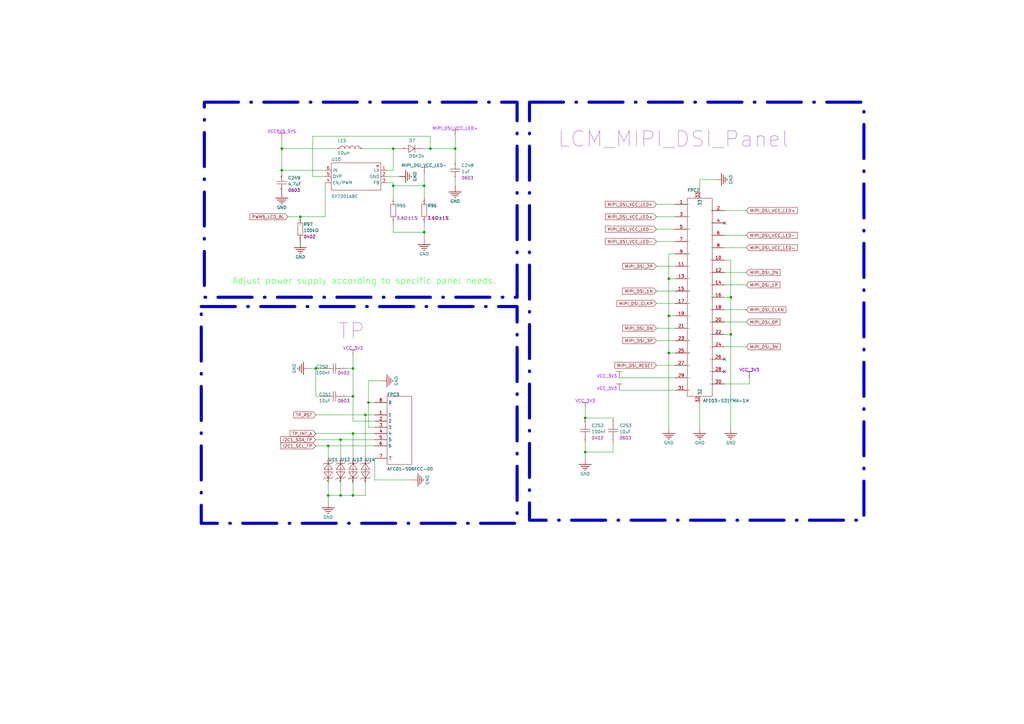
<source format=kicad_sch>
(kicad_sch (version 20250114) (generator "eeschema") (generator_version "9.0")
  (paper "A3")
  (lib_symbols
    (symbol "LCSC Taish-easyedapro:0402WGF1003TCE"
      (property "Reference" "R" (at 0 0 0))
      (symbol "0402WGF1003TCE_1_0"
        (rectangle (start -2.54 -1.016) (end 2.54 1.016))
        (pin input line (at -5.08 0 0) (length 2.54) (name "1") (number "1"))
        (pin input line (at 5.08 0 180) (length 2.54) (name "2") (number "2"))
      )
    )
    (symbol "LCSC Taish-easyedapro:0603WAF360KT5E"
      (property "Reference" "R" (at 0 0 0))
      (symbol "0603WAF360KT5E_1_0"
        (rectangle (start -2.54 -1.016) (end 2.54 1.016))
        (pin input line (at -5.08 0 0) (length 2.54) (name "1") (number "1"))
        (pin input line (at 5.08 0 180) (length 2.54) (name "2") (number "2"))
      )
    )
    (symbol "LCSC Taish-easyedapro:0603X106M100"
      (property "Reference" "C" (at 0 0 0))
      (symbol "0603X106M100_1_0"
        (polyline (pts (xy -0.508 0) (xy -2.54 0)))
        (polyline (pts (xy -0.508 -2.032) (xy -0.508 2.032)))
        (polyline (pts (xy 0.508 2.032) (xy 0.508 -2.032)))
        (polyline (pts (xy 2.54 0) (xy 0.508 0)))
        (pin input line (at -5.08 0 0) (length 2.54) (name "1") (number "1"))
        (pin input line (at 5.08 0 180) (length 2.54) (name "2") (number "2"))
      )
    )
    (symbol "LCSC Taish-easyedapro:AFC01-S06FCC-00"
      (property "Reference" "FPC" (at 0 0 0))
      (symbol "AFC01-S06FCC-00_1_0"
        (rectangle (start -2.54 -13.97) (end 7.62 13.97))
        (pin input line (at -7.62 11.43 0) (length 5.08) (name "8") (number "8"))
        (pin input line (at -7.62 6.35 0) (length 5.08) (name "1") (number "1"))
        (pin input line (at -7.62 3.81 0) (length 5.08) (name "2") (number "2"))
        (pin input line (at -7.62 1.27 0) (length 5.08) (name "3") (number "3"))
        (pin input line (at -7.62 -1.27 0) (length 5.08) (name "4") (number "4"))
        (pin input line (at -7.62 -3.81 0) (length 5.08) (name "5") (number "5"))
        (pin input line (at -7.62 -6.35 0) (length 5.08) (name "6") (number "6"))
        (pin input line (at -7.62 -11.43 0) (length 5.08) (name "7") (number "7"))
      )
    )
    (symbol "LCSC Taish-easyedapro:AFE03-S31FMA-1H"
      (property "Reference" "FPC" (at 0 0 0))
      (symbol "AFE03-S31FMA-1H_1_0"
        (rectangle (start -5.08 -40.64) (end 5.08 40.64))
        (pin input line (at -10.16 38.1 0) (length 5.08) (name "1") (number "1"))
        (pin input line (at -10.16 33.02 0) (length 5.08) (name "3") (number "3"))
        (pin input line (at -10.16 27.94 0) (length 5.08) (name "5") (number "5"))
        (pin input line (at -10.16 22.86 0) (length 5.08) (name "7") (number "7"))
        (pin input line (at -10.16 17.78 0) (length 5.08) (name "9") (number "9"))
        (pin input line (at -10.16 12.7 0) (length 5.08) (name "11") (number "11"))
        (pin input line (at -10.16 7.62 0) (length 5.08) (name "13") (number "13"))
        (pin input line (at -10.16 2.54 0) (length 5.08) (name "15") (number "15"))
        (pin input line (at -10.16 -2.54 0) (length 5.08) (name "17") (number "17"))
        (pin input line (at -10.16 -7.62 0) (length 5.08) (name "19") (number "19"))
        (pin input line (at -10.16 -12.7 0) (length 5.08) (name "21") (number "21"))
        (pin input line (at -10.16 -17.78 0) (length 5.08) (name "23") (number "23"))
        (pin input line (at -10.16 -22.86 0) (length 5.08) (name "25") (number "25"))
        (pin input line (at -10.16 -27.94 0) (length 5.08) (name "27") (number "27"))
        (pin input line (at -10.16 -33.02 0) (length 5.08) (name "29") (number "29"))
        (pin input line (at -10.16 -38.1 0) (length 5.08) (name "31") (number "31"))
        (pin input line (at 0 43.18 270) (length 2.54) (name "33") (number "33"))
        (pin input line (at 0 -43.18 90) (length 2.54) (name "32") (number "32"))
        (pin input line (at 10.16 35.56 180) (length 5.08) (name "2") (number "2"))
        (pin input line (at 10.16 30.48 180) (length 5.08) (name "4") (number "4"))
        (pin input line (at 10.16 25.4 180) (length 5.08) (name "6") (number "6"))
        (pin input line (at 10.16 20.32 180) (length 5.08) (name "8") (number "8"))
        (pin input line (at 10.16 15.24 180) (length 5.08) (name "10") (number "10"))
        (pin input line (at 10.16 10.16 180) (length 5.08) (name "12") (number "12"))
        (pin input line (at 10.16 5.08 180) (length 5.08) (name "14") (number "14"))
        (pin input line (at 10.16 0 180) (length 5.08) (name "16") (number "16"))
        (pin input line (at 10.16 -5.08 180) (length 5.08) (name "18") (number "18"))
        (pin input line (at 10.16 -10.16 180) (length 5.08) (name "20") (number "20"))
        (pin input line (at 10.16 -15.24 180) (length 5.08) (name "22") (number "22"))
        (pin input line (at 10.16 -20.32 180) (length 5.08) (name "24") (number "24"))
        (pin input line (at 10.16 -25.4 180) (length 5.08) (name "26") (number "26"))
        (pin input line (at 10.16 -30.48 180) (length 5.08) (name "28") (number "28"))
        (pin input line (at 10.16 -35.56 180) (length 5.08) (name "30") (number "30"))
      )
    )
    (symbol "LCSC Taish-easyedapro:CL05B104KB54PNC"
      (property "Reference" "C" (at 0 0 0))
      (symbol "CL05B104KB54PNC_1_0"
        (polyline (pts (xy -0.508 2.032) (xy -0.508 -2.032)))
        (polyline (pts (xy -0.508 0) (xy -2.54 0)))
        (polyline (pts (xy 0.508 -2.032) (xy 0.508 2.032)))
        (polyline (pts (xy 2.54 0) (xy 0.508 0)))
        (pin input line (at -5.08 0 0) (length 2.54) (name "1") (number "1"))
        (pin input line (at 5.08 0 180) (length 2.54) (name "2") (number "2"))
      )
    )
    (symbol "LCSC Taish-easyedapro:CL10A105KO8NNNC"
      (property "Reference" "C" (at 0 0 0))
      (symbol "CL10A105KO8NNNC_1_0"
        (polyline (pts (xy -1.27 0) (xy -0.508 0)))
        (polyline (pts (xy -0.508 2.032) (xy -0.508 -2.032)))
        (polyline (pts (xy 0.508 2.032) (xy 0.508 -2.032)))
        (polyline (pts (xy 0.508 0) (xy 1.27 0)))
        (pin input line (at -3.81 0 0) (length 2.54) (name "1") (number "1"))
        (pin input line (at 3.81 0 180) (length 2.54) (name "2") (number "2"))
      )
    )
    (symbol "LCSC Taish-easyedapro:CL10A475KO8NNNC"
      (property "Reference" "C" (at 0 0 0))
      (symbol "CL10A475KO8NNNC_1_0"
        (polyline (pts (xy -1.27 0) (xy -0.508 0)))
        (polyline (pts (xy -0.508 2.032) (xy -0.508 -2.032)))
        (polyline (pts (xy 0.508 2.032) (xy 0.508 -2.032)))
        (polyline (pts (xy 0.508 0) (xy 1.27 0)))
        (pin input line (at -3.81 0 0) (length 2.54) (name "1") (number "1"))
        (pin input line (at 3.81 0 180) (length 2.54) (name "2") (number "2"))
      )
    )
    (symbol "LCSC Taish-easyedapro:ESD5451N"
      (property "Reference" "U" (at 0 0 0))
      (symbol "ESD5451N_1_0"
        (polyline (pts (xy -3.556 2.032) (xy -3.048 1.524) (xy -3.048 1.524) (xy -3.048 -1.524) (xy -3.048 -1.524) (xy -2.54 -2.032)))
        (polyline (pts (xy -3.302 0) (xy 3.302 0)))
        (polyline (pts (xy -0.508 -1.778) (xy -3.048 0) (xy -3.048 0) (xy -0.508 1.778) (xy -0.508 1.778) (xy -0.508 -1.778)))
        (polyline (pts (xy 0.508 1.778) (xy 3.048 0) (xy 3.048 0) (xy 0.508 -1.778) (xy 0.508 -1.778) (xy 0.508 1.778)))
        (polyline (pts (xy 2.54 2.032) (xy 3.048 1.524) (xy 3.048 1.524) (xy 3.048 -1.524) (xy 3.048 -1.524) (xy 3.556 -2.032)))
        (pin input line (at -5.08 0 0) (length 2.032) (name "1") (number "1"))
        (pin input line (at 5.08 0 180) (length 2.032) (name "2") (number "2"))
      )
    )
    (symbol "LCSC Taish-easyedapro:Ground-GND" (power) (pin_numbers (hide yes)) (pin_names (hide yes))
      (symbol "Ground-GND_1_0"
        (polyline (pts (xy -2.54 -2.54) (xy 2.54 -2.54)) (stroke (width 0.254)))
        (polyline (pts (xy -1.778 -3.302) (xy 1.778 -3.302)) (stroke (width 0.254)))
        (polyline (pts (xy -1.016 -4.064) (xy 1.016 -4.064)) (stroke (width 0.254)))
        (polyline (pts (xy -0.254 -4.826) (xy 0.254 -4.826)) (stroke (width 0.254)))
        (pin power_in line (at 0 0 270) (length 2.54) (name "GND") (number "1"))
      )
    )
    (symbol "LCSC Taish-easyedapro:MLZ2012N100LT000"
      (property "Reference" "L" (at 0 0 0))
      (symbol "MLZ2012N100LT000_1_0"
        (arc (start -4.2672 0) (mid -3.2512 1.0922) (end -2.2606 0))
        (arc (start -2.1082 0) (mid -1.1176 1.0922) (end -0.1016 0))
        (arc (start 0 0) (mid 1.016 1.0922) (end 2.032 0))
        (arc (start 2.2098 0) (mid 3.2004 1.0922) (end 4.2164 0))
        (pin input line (at -5.08 0 0) (length 0.762) (name "1") (number "1"))
        (pin input line (at 5.08 0 180) (length 0.762) (name "2") (number "2"))
      )
    )
    (symbol "LCSC Taish-easyedapro:Power-VCC" (power) (pin_numbers (hide yes)) (pin_names (hide yes))
      (symbol "Power-VCC_1_0"
        (polyline (pts (xy -1.27 2.54) (xy 1.27 2.54)))
        (polyline (pts (xy 0 2.54) (xy 0 1.27)))
        (pin power_in line (at 0 0 90) (length 1.27) (name "VCC_3V3") (number "1"))
      )
    )
    (symbol "LCSC Taish-easyedapro:SM4007PL"
      (property "Reference" "D" (at 0 0 0))
      (symbol "SM4007PL_1_0"
        (polyline (pts (xy -1.27 -1.524) (xy -1.27 1.524)))
        (polyline (pts (xy 1.27 1.524) (xy -1.27 0) (xy -1.27 0) (xy 1.27 -1.524) (xy 1.27 -1.524) (xy 1.27 1.524)))
        (pin input line (at -5.08 0 0) (length 3.81) (name "C") (number "1"))
        (pin input line (at 5.08 0 180) (length 3.81) (name "A") (number "2"))
      )
    )
    (symbol "LCSC Taish-easyedapro:SY7201ABC"
      (property "Reference" "U" (at 0 0 0))
      (symbol "SY7201ABC_1_0"
        (rectangle (start -10.16 -5.588) (end 10.16 5.588))
        (circle (center -8.89 4.318) (radius 0.381))
        (circle (center -8.89 4.318) (radius 0.381))
        (pin input line (at -12.7 2.54 0) (length 2.54) (name "LX") (number "1"))
        (pin input line (at -12.7 0 0) (length 2.54) (name "GND") (number "2"))
        (pin input line (at -12.7 -2.54 0) (length 2.54) (name "FB") (number "3"))
        (pin input line (at 12.7 2.54 180) (length 2.54) (name "IN") (number "6"))
        (pin input line (at 12.7 0 180) (length 2.54) (name "OVP") (number "5"))
        (pin input line (at 12.7 -2.54 180) (length 2.54) (name "EN/PWM") (number "4"))
      )
    )
  )
  (rectangle (start 217.17 41.91) (end 354.33 213.36) (stroke (width 1.27) (type dash_dot)))
  (rectangle (start 83.82 41.91) (end 212.09 121.92) (stroke (width 1.27) (type dash_dot)))
  (rectangle (start 82.55 125.73) (end 212.09 214.63) (stroke (width 1.27) (type dash_dot)))
  (text "Adjust power supply according to specific panel needs." (at 95.25 116.84 0) (effects (font (size 2.54 2.54)) (justify left bottom)))
  (text "LCM_MIPI_DSI_Panel" (at 228.6 60.96 0) (effects (font (size 6.35 6.35)) (justify left bottom)))
  (text "TP" (at 138.43 139.7 0) (effects (font (size 6.35 6.35)) (justify left bottom)))
  (junction (at 115.57 69.85))
  (junction (at 139.7 203.2))
  (junction (at 161.29 60.96))
  (junction (at 274.32 129.54))
  (junction (at 240.03 171.45))
  (junction (at 176.53 60.96))
  (junction (at 161.29 76.2))
  (junction (at 134.62 203.2))
  (junction (at 144.78 203.2))
  (junction (at 151.13 165.1))
  (junction (at 274.32 144.78))
  (junction (at 240.03 185.42))
  (junction (at 299.72 137.16))
  (junction (at 144.78 151.13))
  (junction (at 144.78 162.56))
  (junction (at 274.32 114.3))
  (junction (at 186.69 60.96))
  (junction (at 149.86 170.18))
  (junction (at 115.57 60.96))
  (junction (at 129.54 151.13))
  (junction (at 139.7 180.34))
  (junction (at 299.72 121.92))
  (junction (at 144.78 177.8))
  (junction (at 173.99 95.25))
  (junction (at 173.99 76.2))
  (junction (at 123.19 88.9))
  (junction (at 134.62 182.88))
  (no_connect (at 297.18 147.32))
  (no_connect (at 297.18 152.4))
  (no_connect (at 297.18 91.44))
  (wire (pts (xy 149.86 170.18) (xy 153.67 170.18)))
  (wire (pts (xy 186.69 55.88) (xy 186.69 60.96)))
  (wire (pts (xy 144.78 162.56) (xy 144.78 172.72)))
  (wire (pts (xy 297.18 116.84) (xy 306.07 116.84)))
  (wire (pts (xy 139.7 180.34) (xy 153.67 180.34)))
  (wire (pts (xy 161.29 60.96) (xy 163.83 60.96)))
  (wire (pts (xy 297.18 101.6) (xy 306.07 101.6)))
  (wire (pts (xy 186.69 60.96) (xy 176.53 60.96)))
  (wire (pts (xy 115.57 60.96) (xy 115.57 69.85)))
  (wire (pts (xy 287.02 73.66) (xy 287.02 78.74)))
  (wire (pts (xy 161.29 81.28) (xy 161.29 76.2)))
  (wire (pts (xy 173.99 76.2) (xy 173.99 71.12)))
  (wire (pts (xy 138.43 60.96) (xy 115.57 60.96)))
  (wire (pts (xy 153.67 187.96) (xy 153.67 196.85)))
  (wire (pts (xy 173.99 76.2) (xy 173.99 81.28)))
  (wire (pts (xy 173.99 95.25) (xy 173.99 91.44)))
  (wire (pts (xy 240.03 185.42) (xy 251.46 185.42)))
  (wire (pts (xy 129.54 151.13) (xy 127 151.13)))
  (wire (pts (xy 276.86 154.94) (xy 254 154.94)))
  (wire (pts (xy 139.7 203.2) (xy 139.7 198.12)))
  (wire (pts (xy 161.29 95.25) (xy 173.99 95.25)))
  (wire (pts (xy 297.18 137.16) (xy 299.72 137.16)))
  (wire (pts (xy 293.37 73.66) (xy 287.02 73.66)))
  (wire (pts (xy 274.32 144.78) (xy 276.86 144.78)))
  (wire (pts (xy 276.86 160.02) (xy 254 160.02)))
  (wire (pts (xy 307.34 157.48) (xy 297.18 157.48)))
  (wire (pts (xy 144.78 151.13) (xy 142.24 151.13)))
  (wire (pts (xy 176.53 60.96) (xy 173.99 60.96)))
  (wire (pts (xy 149.86 203.2) (xy 144.78 203.2)))
  (wire (pts (xy 115.57 69.85) (xy 133.35 69.85)))
  (wire (pts (xy 240.03 171.45) (xy 240.03 167.64)))
  (wire (pts (xy 132.08 151.13) (xy 129.54 151.13)))
  (wire (pts (xy 274.32 129.54) (xy 274.32 114.3)))
  (wire (pts (xy 151.13 165.1) (xy 151.13 156.21)))
  (wire (pts (xy 240.03 185.42) (xy 240.03 187.96)))
  (wire (pts (xy 144.78 187.96) (xy 144.78 177.8)))
  (wire (pts (xy 134.62 182.88) (xy 129.54 182.88)))
  (wire (pts (xy 297.18 96.52) (xy 306.07 96.52)))
  (wire (pts (xy 299.72 121.92) (xy 299.72 137.16)))
  (wire (pts (xy 134.62 205.74) (xy 134.62 203.2)))
  (wire (pts (xy 151.13 165.1) (xy 151.13 175.26)))
  (wire (pts (xy 297.18 121.92) (xy 299.72 121.92)))
  (wire (pts (xy 276.86 99.06) (xy 269.24 99.06)))
  (wire (pts (xy 144.78 162.56) (xy 142.24 162.56)))
  (wire (pts (xy 144.78 203.2) (xy 139.7 203.2)))
  (wire (pts (xy 274.32 104.14) (xy 276.86 104.14)))
  (wire (pts (xy 251.46 185.42) (xy 251.46 181.61)))
  (wire (pts (xy 161.29 69.85) (xy 161.29 60.96)))
  (wire (pts (xy 144.78 146.05) (xy 144.78 151.13)))
  (wire (pts (xy 297.18 132.08) (xy 306.07 132.08)))
  (wire (pts (xy 186.69 60.96) (xy 186.69 66.04)))
  (wire (pts (xy 158.75 69.85) (xy 161.29 69.85)))
  (wire (pts (xy 297.18 111.76) (xy 306.07 111.76)))
  (wire (pts (xy 276.86 119.38) (xy 269.24 119.38)))
  (wire (pts (xy 158.75 74.93) (xy 161.29 74.93)))
  (wire (pts (xy 134.62 187.96) (xy 134.62 182.88)))
  (wire (pts (xy 161.29 76.2) (xy 173.99 76.2)))
  (wire (pts (xy 128.27 72.39) (xy 133.35 72.39)))
  (wire (pts (xy 240.03 181.61) (xy 240.03 185.42)))
  (wire (pts (xy 148.59 60.96) (xy 161.29 60.96)))
  (wire (pts (xy 299.72 106.68) (xy 297.18 106.68)))
  (wire (pts (xy 276.86 88.9) (xy 269.24 88.9)))
  (wire (pts (xy 269.24 109.22) (xy 276.86 109.22)))
  (wire (pts (xy 161.29 95.25) (xy 161.29 91.44)))
  (wire (pts (xy 134.62 182.88) (xy 153.67 182.88)))
  (wire (pts (xy 297.18 127) (xy 306.07 127)))
  (wire (pts (xy 149.86 170.18) (xy 129.54 170.18)))
  (wire (pts (xy 115.57 71.12) (xy 115.57 69.85)))
  (wire (pts (xy 276.86 134.62) (xy 269.24 134.62)))
  (wire (pts (xy 144.78 177.8) (xy 153.67 177.8)))
  (wire (pts (xy 299.72 106.68) (xy 299.72 121.92)))
  (wire (pts (xy 274.32 144.78) (xy 274.32 129.54)))
  (wire (pts (xy 163.83 72.39) (xy 158.75 72.39)))
  (wire (pts (xy 129.54 151.13) (xy 129.54 162.56)))
  (wire (pts (xy 153.67 196.85) (xy 168.91 196.85)))
  (wire (pts (xy 151.13 156.21) (xy 156.21 156.21)))
  (wire (pts (xy 274.32 114.3) (xy 276.86 114.3)))
  (wire (pts (xy 251.46 171.45) (xy 240.03 171.45)))
  (wire (pts (xy 129.54 162.56) (xy 132.08 162.56)))
  (wire (pts (xy 149.86 187.96) (xy 149.86 170.18)))
  (wire (pts (xy 173.99 97.79) (xy 173.99 95.25)))
  (wire (pts (xy 186.69 73.66) (xy 186.69 76.2)))
  (wire (pts (xy 144.78 151.13) (xy 144.78 162.56)))
  (wire (pts (xy 297.18 86.36) (xy 306.07 86.36)))
  (wire (pts (xy 153.67 175.26) (xy 151.13 175.26)))
  (wire (pts (xy 287.02 165.1) (xy 287.02 175.26)))
  (wire (pts (xy 134.62 203.2) (xy 134.62 198.12)))
  (wire (pts (xy 139.7 180.34) (xy 129.54 180.34)))
  (wire (pts (xy 274.32 175.26) (xy 274.32 144.78)))
  (wire (pts (xy 276.86 149.86) (xy 269.24 149.86)))
  (wire (pts (xy 276.86 93.98) (xy 269.24 93.98)))
  (wire (pts (xy 118.11 88.9) (xy 123.19 88.9)))
  (wire (pts (xy 149.86 198.12) (xy 149.86 203.2)))
  (wire (pts (xy 297.18 142.24) (xy 306.07 142.24)))
  (wire (pts (xy 276.86 124.46) (xy 269.24 124.46)))
  (wire (pts (xy 176.53 60.96) (xy 176.53 55.88)))
  (wire (pts (xy 128.27 72.39) (xy 128.27 55.88)))
  (wire (pts (xy 144.78 203.2) (xy 144.78 198.12)))
  (wire (pts (xy 139.7 187.96) (xy 139.7 180.34)))
  (wire (pts (xy 115.57 57.15) (xy 115.57 60.96)))
  (wire (pts (xy 274.32 114.3) (xy 274.32 104.14)))
  (wire (pts (xy 307.34 154.94) (xy 307.34 157.48)))
  (wire (pts (xy 161.29 76.2) (xy 161.29 74.93)))
  (wire (pts (xy 133.35 88.9) (xy 123.19 88.9)))
  (wire (pts (xy 139.7 203.2) (xy 134.62 203.2)))
  (wire (pts (xy 153.67 172.72) (xy 144.78 172.72)))
  (wire (pts (xy 128.27 55.88) (xy 176.53 55.88)))
  (wire (pts (xy 133.35 74.93) (xy 133.35 88.9)))
  (wire (pts (xy 276.86 83.82) (xy 269.24 83.82)))
  (wire (pts (xy 153.67 165.1) (xy 151.13 165.1)))
  (wire (pts (xy 276.86 139.7) (xy 269.24 139.7)))
  (wire (pts (xy 144.78 177.8) (xy 129.54 177.8)))
  (wire (pts (xy 274.32 129.54) (xy 276.86 129.54)))
  (wire (pts (xy 299.72 137.16) (xy 299.72 175.26)))
  (global_label "MIPI_DSI_RESET" (shape input) (at 269.24 149.86 180) (property "Intersheetrefs" "${INTERSHEET_REFS}" (effects (hide yes))))
  (global_label "I2C1_SDA_TP" (shape input) (at 129.54 180.34 180) (property "Intersheetrefs" "${INTERSHEET_REFS}" (effects (hide yes))))
  (global_label "MIPI_DSI_2N" (shape input) (at 306.07 111.76 0) (property "Intersheetrefs" "${INTERSHEET_REFS}" (effects (hide yes))))
  (global_label "MIPI_DSI_CLKP" (shape input) (at 269.24 124.46 180) (property "Intersheetrefs" "${INTERSHEET_REFS}" (effects (hide yes))))
  (global_label "MIPI_DSI_2P" (shape input) (at 269.24 109.22 180) (property "Intersheetrefs" "${INTERSHEET_REFS}" (effects (hide yes))))
  (global_label "MIPI_DSI_VCC_LED+" (shape input) (at 269.24 88.9 180) (property "Intersheetrefs" "${INTERSHEET_REFS}" (effects (hide yes))))
  (global_label "MIPI_DSI_VCC_LED-" (shape input) (at 269.24 93.98 180) (property "Intersheetrefs" "${INTERSHEET_REFS}" (effects (hide yes))))
  (global_label "PWM5_LCD_BL" (shape input) (at 118.11 88.9 180) (property "Intersheetrefs" "${INTERSHEET_REFS}" (effects (hide yes))))
  (global_label "MIPI_DSI_VCC_LED-" (shape input) (at 269.24 99.06 180) (property "Intersheetrefs" "${INTERSHEET_REFS}" (effects (hide yes))))
  (global_label "MIPI_DSI_1N" (shape input) (at 269.24 119.38 180) (property "Intersheetrefs" "${INTERSHEET_REFS}" (effects (hide yes))))
  (global_label "TP_INT_A" (shape input) (at 129.54 177.8 180) (property "Intersheetrefs" "${INTERSHEET_REFS}" (effects (hide yes))))
  (global_label "MIPI_DSI_3P" (shape input) (at 269.24 139.7 180) (property "Intersheetrefs" "${INTERSHEET_REFS}" (effects (hide yes))))
  (global_label "MIPI_DSI_1P" (shape input) (at 306.07 116.84 0) (property "Intersheetrefs" "${INTERSHEET_REFS}" (effects (hide yes))))
  (global_label "MIPI_DSI_VCC_LED+" (shape input) (at 306.07 86.36 0) (property "Intersheetrefs" "${INTERSHEET_REFS}" (effects (hide yes))))
  (global_label "MIPI_DSI_0P" (shape input) (at 306.07 132.08 0) (property "Intersheetrefs" "${INTERSHEET_REFS}" (effects (hide yes))))
  (global_label "MIPI_DSI_0N" (shape input) (at 269.24 134.62 180) (property "Intersheetrefs" "${INTERSHEET_REFS}" (effects (hide yes))))
  (global_label "MIPI_DSI_VCC_LED-" (shape input) (at 306.07 96.52 0) (property "Intersheetrefs" "${INTERSHEET_REFS}" (effects (hide yes))))
  (global_label "MIPI_DSI_VCC_LED-" (shape input) (at 306.07 101.6 0) (property "Intersheetrefs" "${INTERSHEET_REFS}" (effects (hide yes))))
  (global_label "TP_RST" (shape input) (at 129.54 170.18 180) (property "Intersheetrefs" "${INTERSHEET_REFS}" (effects (hide yes))))
  (global_label "MIPI_DSI_CLKN" (shape input) (at 306.07 127 0) (property "Intersheetrefs" "${INTERSHEET_REFS}" (effects (hide yes))))
  (global_label "MIPI_DSI_3N" (shape input) (at 306.07 142.24 0) (property "Intersheetrefs" "${INTERSHEET_REFS}" (effects (hide yes))))
  (global_label "MIPI_DSI_VCC_LED+" (shape input) (at 269.24 83.82 180) (property "Intersheetrefs" "${INTERSHEET_REFS}" (effects (hide yes))))
  (global_label "I2C1_SCL_TP" (shape input) (at 129.54 182.88 180) (property "Intersheetrefs" "${INTERSHEET_REFS}" (effects (hide yes))))
  (symbol (lib_id "LCSC Taish-easyedapro:AFE03-S31FMA-1H") (at 287.02 121.92 0) (unit 1)
    (property "Reference" "FPC2" (at 281.94 78.74 0) (effects (justify left bottom)))
    (property "Value" "AFE03-S31FMA-1H" (at 288.29 165.1 0) (effects (justify left bottom)))
    (property "Footprint" "LCSC Taish-easyedapro:FPC-SMD_P0.30-31P_FGS-XJ-H1.0" (effects (hide yes)))
    (property "Datasheet" "https://atta.szlcsc.com/upload/public/pdf/source/20180810/C262545_77B457498850318D655D6A9CA7AC22AD.pdf" (effects (hide yes)))
    (property "Description" "间距:0.3mm;触点数量:31;锁定特性:翻盖式;安装类型:卧贴;触点类型:下接;" (effects (hide yes)))
    (property "Manufacturer Part" "AFE03-S31FMA-1H" (effects (hide yes)))
    (property "Manufacturer" "JS(钜硕电子)" (effects (hide yes)))
    (property "Supplier Part" "C262545" (effects (hide yes)))
    (property "Supplier" "LCSC" (effects (hide yes)))
    (property "LCSC Part Name" "FPC 0.3 MM 31P 翻盖式 H1.0mm 下接" (effects (hide yes)))
  )
  (symbol (lib_id "LCSC Taish-easyedapro:AFC01-S06FCC-00") (at 161.29 176.53 0) (unit 1)
    (property "Reference" "FPC3" (at 158.75 162.56 0) (effects (justify left bottom)))
    (property "Value" "AFC01-S06FCC-00" (at 158.75 193.04 0) (effects (justify left bottom)))
    (property "Footprint" "LCSC Taish-easyedapro:FPC-SMD_AFC01-S06FCC-00" (effects (hide yes)))
    (property "Datasheet" "https://atta.szlcsc.com/upload/public/pdf/source/20180810/C262262_206E24848442025CB909F073CC69569A.pdf" (effects (hide yes)))
    (property "Description" "间距:0.5mm;触点数量:6;锁定特性:翻盖式;安装类型:卧贴;触点类型:下接;" (effects (hide yes)))
    (property "Manufacturer Part" "AFC01-S06FCC-00" (effects (hide yes)))
    (property "Manufacturer" "JS(钜硕电子)" (effects (hide yes)))
    (property "Supplier Part" "C262262" (effects (hide yes)))
    (property "Supplier" "LCSC" (effects (hide yes)))
    (property "LCSC Part Name" "0.5mm翻盖6P" (effects (hide yes)))
  )
  (symbol (lib_id "LCSC Taish-easyedapro:0402WGF1003TCE") (at 123.19 93.98 90) (unit 1)
    (property "Reference" "R97" (at 124.46 92.71 90) (effects (justify right top)))
    (property "Value" "100kΩ" (at 124.46 95.25 90) (effects (justify right top)))
    (property "Footprint" "LCSC Taish-easyedapro:R0402" (effects (hide yes)))
    (property "Datasheet" "https://atta.szlcsc.com/upload/public/pdf/source/20200306/C422600_1E6D84923E4A46A82E41ADD87F860B5C.pdf" (effects (hide yes)))
    (property "Description" "电阻类型:厚膜电阻;阻值:100kΩ;精度:±1%;功率:62.5mW;温度系数:±100ppm/°C;最大工作电压:50V;工作温度范围:-55°C~+155°C;" (effects (hide yes)))
    (property "Manufacturer Part" "0402WGF1003TCE" (effects (hide yes)))
    (property "Manufacturer" "UNI-ROYAL(厚声)" (effects (hide yes)))
    (property "Supplier Part" "C25741" (effects (hide yes)))
    (property "Supplier" "LCSC" (effects (hide yes)))
    (property "LCSC Part Name" "100kΩ ±1% 62.5mW" (effects (hide yes)))
    (property "Supplier Footprint" "0402" (at 124.46 97.79 90) (effects (justify right top)))
  )
  (symbol (lib_id "LCSC Taish-easyedapro:ESD5451N") (at 139.7 193.04 90) (unit 1)
    (property "Reference" "U12" (at 139.7 189.23 90) (effects (justify right top)))
    (property "Value" "ESD5451N" (effects (hide yes)))
    (property "Footprint" "LCSC Taish-easyedapro:DFN1006-2L-BI" (effects (hide yes)))
    (property "Datasheet" "https://atta.szlcsc.com/upload/public/pdf/source/20220331/3595E574D5158DE45C86FCFF68A3C338.pdf" (effects (hide yes)))
    (property "Manufacturer Part" "ESD5451N" (effects (hide yes)))
    (property "Manufacturer" "UMW(广东友台半导体)" (effects (hide yes)))
    (property "Supplier Part" "C2987696" (effects (hide yes)))
    (property "Supplier" "LCSC" (effects (hide yes)))
    (property "LCSC Part Name" "ESD5451N" (effects (hide yes)))
  )
  (symbol (lib_id "LCSC Taish-easyedapro:Ground-GND") (at 186.69 76.2 0) (unit 1)
    (property "Reference" "#PWR0315" (effects (hide yes)))
    (property "Value" "GND" (at 186.69 82.55 0))
    (property "Footprint" "LCSC Taish-easyedapro:" (effects (hide yes)))
  )
  (symbol (lib_id "LCSC Taish-easyedapro:ESD5451N") (at 134.62 193.04 90) (unit 1)
    (property "Reference" "U11" (at 134.62 189.23 90) (effects (justify right top)))
    (property "Value" "ESD5451N" (effects (hide yes)))
    (property "Footprint" "LCSC Taish-easyedapro:DFN1006-2L-BI" (effects (hide yes)))
    (property "Datasheet" "https://atta.szlcsc.com/upload/public/pdf/source/20220331/3595E574D5158DE45C86FCFF68A3C338.pdf" (effects (hide yes)))
    (property "Manufacturer Part" "ESD5451N" (effects (hide yes)))
    (property "Manufacturer" "UMW(广东友台半导体)" (effects (hide yes)))
    (property "Supplier Part" "C2987696" (effects (hide yes)))
    (property "Supplier" "LCSC" (effects (hide yes)))
    (property "LCSC Part Name" "ESD5451N" (effects (hide yes)))
  )
  (symbol (lib_id "LCSC Taish-easyedapro:ESD5451N") (at 144.78 193.04 90) (unit 1)
    (property "Reference" "U13" (at 144.78 189.23 90) (effects (justify right top)))
    (property "Value" "ESD5451N" (effects (hide yes)))
    (property "Footprint" "LCSC Taish-easyedapro:DFN1006-2L-BI" (effects (hide yes)))
    (property "Datasheet" "https://atta.szlcsc.com/upload/public/pdf/source/20220331/3595E574D5158DE45C86FCFF68A3C338.pdf" (effects (hide yes)))
    (property "Manufacturer Part" "ESD5451N" (effects (hide yes)))
    (property "Manufacturer" "UMW(广东友台半导体)" (effects (hide yes)))
    (property "Supplier Part" "C2987696" (effects (hide yes)))
    (property "Supplier" "LCSC" (effects (hide yes)))
    (property "LCSC Part Name" "ESD5451N" (effects (hide yes)))
  )
  (symbol (lib_id "LCSC Taish-easyedapro:MLZ2012N100LT000") (at 143.51 60.96 0) (unit 1)
    (property "Reference" "L15" (at 138.43 58.42 0) (effects (justify left bottom)))
    (property "Value" "10uH" (at 138.43 63.5 0) (effects (justify left bottom)))
    (property "Footprint" "LCSC Taish-easyedapro:L0805" (effects (hide yes)))
    (property "Datasheet" "https://atta.szlcsc.com/upload/public/pdf/source/20210916/5D33DED32780FEB7D0AA8BED8FC93477.pdf" (effects (hide yes)))
    (property "Description" "电感值:10uH;精度:±20%;额定电流:500mA;饱和电流(Isat):110mA;直流电阻(DCR):300mΩ;" (effects (hide yes)))
    (property "Manufacturer Part" "WPN252012H100MT" (effects (hide yes)))
    (property "Manufacturer" "Sunlord(顺络)" (effects (hide yes)))
    (property "Supplier Part" "C98353" (effects (hide yes)))
    (property "Supplier" "LCSC" (effects (hide yes)))
    (property "LCSC Part Name" "10uH ±20% 850mA 480mΩ" (effects (hide yes)))
    (property "Frequency - Self Resonant" "2MHz" (effects (hide yes)))
    (property "JLCPCB Part Class" "Extended Part" (effects (hide yes)))
    (property "Q @ Freq" "-" (effects (hide yes)))
    (property "Ratings" "-" (effects (hide yes)))
    (property "Saturation Current (Isat)" "110mA" (effects (hide yes)))
  )
  (symbol (lib_id "LCSC Taish-easyedapro:Ground-GND") (at 156.21 156.21 90) (unit 1)
    (property "Reference" "#PWR0304" (effects (hide yes)))
    (property "Value" "GND" (at 162.56 156.21 0))
    (property "Footprint" "LCSC Taish-easyedapro:" (effects (hide yes)))
  )
  (symbol (lib_id "LCSC Taish-easyedapro:CL05B104KB54PNC") (at 137.16 151.13 0) (unit 1)
    (property "Reference" "C250" (at 129.54 151.13 0) (effects (justify left bottom)))
    (property "Value" "100nF" (at 129.54 153.67 0) (effects (justify left bottom)))
    (property "Footprint" "Capacitor_SMD:C_0402_1005Metric" (effects (hide yes)))
    (property "Datasheet" "https://atta.szlcsc.com/upload/public/pdf/source/20181009/C307331_222F7C870FD3EA5F46F538B483443886.pdf" (effects (hide yes)))
    (property "Description" "容值:100nF;精度:±10%;额定电压:50V;材质(温度系数):X7R;" (effects (hide yes)))
    (property "Manufacturer Part" "CL05B104KB54PNC" (effects (hide yes)))
    (property "Manufacturer" "SAMSUNG(三星)" (effects (hide yes)))
    (property "Supplier Part" "C307331" (effects (hide yes)))
    (property "Supplier" "LCSC" (effects (hide yes)))
    (property "LCSC Part Name" "100nF ±10% 50V" (effects (hide yes)))
    (property "Supplier Footprint" "0402" (at 138.43 153.67 0) (effects (justify left bottom)))
  )
  (symbol (lib_id "LCSC Taish-easyedapro:Ground-GND") (at 134.62 205.74 0) (unit 1)
    (property "Reference" "#PWR0311" (effects (hide yes)))
    (property "Value" "GND" (at 134.62 212.09 0))
    (property "Footprint" "LCSC Taish-easyedapro:" (effects (hide yes)))
  )
  (symbol (lib_id "LCSC Taish-easyedapro:SY7201ABC") (at 146.05 72.39 0) (mirror y) (unit 1)
    (property "Reference" "U10" (at 135.89 66.04 0) (effects (justify right bottom)))
    (property "Value" "SY7201ABC" (at 135.89 81.28 0) (effects (justify right bottom)))
    (property "Footprint" "LCSC Taish-easyedapro:SOT-23-6_L2.9-W1.6-P0.95-LS2.8-BR" (effects (hide yes)))
    (property "Datasheet" "https://atta.szlcsc.com/upload/public/pdf/source/20160903/1472896628181.pdf" (effects (hide yes)))
    (property "Description" "30V 大电流LED驱动IC" (effects (hide yes)))
    (property "Manufacturer Part" "SY7201ABC" (effects (hide yes)))
    (property "Manufacturer" "silergy(矽力杰)" (effects (hide yes)))
    (property "Supplier Part" "C82173" (effects (hide yes)))
    (property "Supplier" "LCSC" (effects (hide yes)))
    (property "LCSC Part Name" "SY7201ABC" (effects (hide yes)))
  )
  (symbol (lib_id "LCSC Taish-easyedapro:0603X106M100") (at 251.46 176.53 90) (unit 1)
    (property "Reference" "C253" (at 254 175.26 90) (effects (justify right top)))
    (property "Value" "10uF" (at 254 177.8 90) (effects (justify right top)))
    (property "Footprint" "LCSC Taish-easyedapro:C0603" (effects (hide yes)))
    (property "Datasheet" "https://atta.szlcsc.com/upload/public/pdf/source/20160103/1457707703378.pdf" (effects (hide yes)))
    (property "Description" "容值:10uF;精度:±20%;额定电压:10V;材质(温度系数):X5R;" (effects (hide yes)))
    (property "Manufacturer Part" "CL10A106KP8NNNC" (effects (hide yes)))
    (property "Manufacturer" "SAMSUNG(三星)" (effects (hide yes)))
    (property "Supplier Part" "C19702" (effects (hide yes)))
    (property "Supplier" "LCSC" (effects (hide yes)))
    (property "LCSC Part Name" "10uF ±10% 10V" (effects (hide yes)))
    (property "Supplier Footprint" "0603" (at 254 180.34 90) (effects (justify right top)))
  )
  (symbol (lib_id "LCSC Taish-easyedapro:Ground-GND") (at 287.02 175.26 0) (unit 1)
    (property "Reference" "#PWR0310" (effects (hide yes)))
    (property "Value" "GND" (at 287.02 181.61 0))
    (property "Footprint" "LCSC Taish-easyedapro:" (effects (hide yes)))
  )
  (symbol (lib_id "LCSC Taish-easyedapro:Ground-GND") (at 115.57 78.74 0) (unit 1)
    (property "Reference" "#PWR0307" (effects (hide yes)))
    (property "Value" "GND" (at 115.57 85.09 0))
    (property "Footprint" "LCSC Taish-easyedapro:" (effects (hide yes)))
  )
  (symbol (lib_id "LCSC Taish-easyedapro:Ground-GND") (at 299.72 175.26 0) (unit 1)
    (property "Reference" "#PWR0318" (effects (hide yes)))
    (property "Value" "GND" (at 299.72 181.61 0))
    (property "Footprint" "LCSC Taish-easyedapro:" (effects (hide yes)))
  )
  (symbol (lib_id "LCSC Taish-easyedapro:0603X106M100") (at 137.16 162.56 0) (unit 1)
    (property "Reference" "C251" (at 130.81 162.56 0) (effects (justify left bottom)))
    (property "Value" "10uF" (at 130.81 165.1 0) (effects (justify left bottom)))
    (property "Footprint" "LCSC Taish-easyedapro:C0603" (effects (hide yes)))
    (property "Datasheet" "https://atta.szlcsc.com/upload/public/pdf/source/20160103/1457707703378.pdf" (effects (hide yes)))
    (property "Description" "容值:10uF;精度:±20%;额定电压:10V;材质(温度系数):X5R;" (effects (hide yes)))
    (property "Manufacturer Part" "CL10A106KP8NNNC" (effects (hide yes)))
    (property "Manufacturer" "SAMSUNG(三星)" (effects (hide yes)))
    (property "Supplier Part" "C19702" (effects (hide yes)))
    (property "Supplier" "LCSC" (effects (hide yes)))
    (property "LCSC Part Name" "10uF ±10% 10V" (effects (hide yes)))
    (property "Supplier Footprint" "0603" (at 138.43 165.1 0) (effects (justify left bottom)))
  )
  (symbol (lib_id "LCSC Taish-easyedapro:Power-VCC") (at 115.57 57.15 0) (unit 1)
    (property "Reference" "#PWR0305" (effects (hide yes)))
    (property "Value" "VCC5V0_SYS" (at 115.57 54.61 0) (effects (justify bottom)))
    (property "Footprint" "LCSC Taish-easyedapro:" (effects (hide yes)))
  )
  (symbol (lib_id "LCSC Taish-easyedapro:Power-VCC") (at 254 160.02 0) (unit 1)
    (property "Reference" "#PWR0301" (effects (hide yes)))
    (property "Value" "VCC_3V3" (at 248.92 160.02 0) (effects (justify bottom)))
    (property "Footprint" "LCSC Taish-easyedapro:" (effects (hide yes)))
  )
  (symbol (lib_id "LCSC Taish-easyedapro:Ground-GND") (at 274.32 175.26 0) (unit 1)
    (property "Reference" "#PWR0300" (effects (hide yes)))
    (property "Value" "GND" (at 274.32 181.61 0))
    (property "Footprint" "LCSC Taish-easyedapro:" (effects (hide yes)))
  )
  (symbol (lib_id "LCSC Taish-easyedapro:CL10A475KO8NNNC") (at 115.57 74.93 270) (unit 1)
    (property "Reference" "C249" (at 118.11 73.66 90) (effects (justify left bottom)))
    (property "Value" "4.7uF" (at 118.11 76.2 90) (effects (justify left bottom)))
    (property "Footprint" "LCSC Taish-easyedapro:C0603" (effects (hide yes)))
    (property "Datasheet" "https://atta.szlcsc.com/upload/public/pdf/source/20160103/1457707703134.pdf" (effects (hide yes)))
    (property "Description" "容值:4.7uF;精度:±10%;额定电压:16V;材质(温度系数):X5R;" (effects (hide yes)))
    (property "Manufacturer Part" "CL10A475KO8NNNC" (effects (hide yes)))
    (property "Manufacturer" "SAMSUNG(三星)" (effects (hide yes)))
    (property "Supplier Part" "C19666" (effects (hide yes)))
    (property "Supplier" "LCSC" (effects (hide yes)))
    (property "LCSC Part Name" "4.7uF ±10% 16V" (effects (hide yes)))
    (property "Supplier Footprint" "0603" (at 118.11 78.74 90) (effects (justify left bottom)))
  )
  (symbol (lib_id "LCSC Taish-easyedapro:Ground-GND") (at 123.19 99.06 0) (unit 1)
    (property "Reference" "#PWR0308" (effects (hide yes)))
    (property "Value" "GND" (at 123.19 105.41 0))
    (property "Footprint" "LCSC Taish-easyedapro:" (effects (hide yes)))
  )
  (symbol (lib_id "LCSC Taish-easyedapro:Ground-GND") (at 240.03 187.96 0) (unit 1)
    (property "Reference" "#PWR0299" (effects (hide yes)))
    (property "Value" "GND" (at 240.03 194.31 0))
    (property "Footprint" "LCSC Taish-easyedapro:" (effects (hide yes)))
  )
  (symbol (lib_id "LCSC Taish-easyedapro:Power-VCC") (at 186.69 55.88 0) (unit 1)
    (property "Reference" "#PWR0312" (effects (hide yes)))
    (property "Value" "MIPI_DSI_VCC_LED+" (at 186.69 53.34 0) (effects (justify bottom)))
    (property "Footprint" "LCSC Taish-easyedapro:" (effects (hide yes)))
  )
  (symbol (lib_id "LCSC Taish-easyedapro:Ground-GND") (at 173.99 97.79 0) (unit 1)
    (property "Reference" "#PWR0306" (effects (hide yes)))
    (property "Value" "GND" (at 173.99 104.14 0))
    (property "Footprint" "LCSC Taish-easyedapro:" (effects (hide yes)))
  )
  (symbol (lib_id "LCSC Taish-easyedapro:Power-VCC") (at 240.03 167.64 0) (unit 1)
    (property "Reference" "#PWR0302" (effects (hide yes)))
    (property "Value" "VCC_3V3" (at 240.03 165.1 0) (effects (justify bottom)))
    (property "Footprint" "LCSC Taish-easyedapro:" (effects (hide yes)))
  )
  (symbol (lib_id "LCSC Taish-easyedapro:Ground-GND") (at 127 151.13 270) (unit 1)
    (property "Reference" "#PWR0319" (effects (hide yes)))
    (property "Value" "GND" (at 120.65 151.13 0))
    (property "Footprint" "LCSC Taish-easyedapro:" (effects (hide yes)))
  )
  (symbol (lib_id "LCSC Taish-easyedapro:Power-VCC") (at 307.34 154.94 0) (unit 1)
    (property "Reference" "#PWR0317" (effects (hide yes)))
    (property "Value" "VCC_3V3" (at 307.34 152.4 0) (effects (justify bottom)))
    (property "Footprint" "LCSC Taish-easyedapro:" (effects (hide yes)))
  )
  (symbol (lib_id "LCSC Taish-easyedapro:Power-VCC") (at 173.99 71.12 0) (unit 1)
    (property "Reference" "#PWR0313" (effects (hide yes)))
    (property "Value" "MIPI_DSI_VCC_LED-" (at 173.99 68.58 0) (effects (justify bottom)))
    (property "Footprint" "LCSC Taish-easyedapro:" (effects (hide yes)))
  )
  (symbol (lib_id "LCSC Taish-easyedapro:0603WAF360KT5E") (at 161.29 86.36 90) (unit 1)
    (property "Reference" "R95" (at 162.56 85.09 90) (effects (justify right top)))
    (property "Value" "0603WAF360KT5E" (effects (hide yes)))
    (property "Footprint" "LCSC Taish-easyedapro:R0603" (effects (hide yes)))
    (property "Datasheet" "https://atta.szlcsc.com/upload/public/pdf/source/20170920/C23015_1505901033898982402.pdf" (effects (hide yes)))
    (property "Manufacturer Part" "0603WAF360KT5E" (effects (hide yes)))
    (property "Manufacturer" "UNI-ROYAL(厚声)" (effects (hide yes)))
    (property "Supplier Part" "C23015" (effects (hide yes)))
    (property "Supplier" "LCSC" (effects (hide yes)))
    (property "LCSC Part Name" "3.6Ω±1%" (at 162.56 90.17 90) (effects (justify right top)))
  )
  (symbol (lib_id "LCSC Taish-easyedapro:Ground-GND") (at 163.83 72.39 90) (unit 1)
    (property "Reference" "#PWR0314" (effects (hide yes)))
    (property "Value" "GND" (at 170.18 72.39 0))
    (property "Footprint" "LCSC Taish-easyedapro:" (effects (hide yes)))
  )
  (symbol (lib_id "LCSC Taish-easyedapro:SM4007PL") (at 168.91 60.96 180) (unit 1)
    (property "Reference" "D7" (at 167.6654 58.42 0) (effects (justify right top)))
    (property "Value" "DSK34" (at 167.6654 64.77 0) (effects (justify right top)))
    (property "Footprint" "LCSC Taish-easyedapro:SOD-123F_L2.8-W1.8-LS3.7-RD" (effects (hide yes)))
    (property "Datasheet" "https://atta.szlcsc.com/upload/public/pdf/source/20200828/C727076_B37FCA1E25E95F22A97D5A5D18D72E25.pdf" (effects (hide yes)))
    (property "Description" "二极管配置:-;直流反向耐压(Vr):1kV;平均整流电流(Io):1A;正向压降(Vf):1.1V@1A;反向电流(Ir):10uA@1kV;" (effects (hide yes)))
    (property "Manufacturer Part" "DSK34" (effects (hide yes)))
    (property "Manufacturer" "TWGMC(台湾迪嘉)" (effects (hide yes)))
    (property "Supplier Part" "C727076" (effects (hide yes)))
    (property "Supplier" "LCSC" (effects (hide yes)))
    (property "LCSC Part Name" "DSK34" (effects (hide yes)))
    (property "Average Rectified Current (Io)" "1A" (effects (hide yes)))
    (property "Diode Configuration" "-" (effects (hide yes)))
    (property "Forward Voltage (Vf@If)" "1.1V@1A" (effects (hide yes)))
    (property "Reverse Leakage Current" "10uA@1kV" (effects (hide yes)))
    (property "Reverse Voltage (Vr)" "1kV" (effects (hide yes)))
  )
  (symbol (lib_id "LCSC Taish-easyedapro:Power-VCC") (at 144.78 146.05 0) (unit 1)
    (property "Reference" "#PWR0316" (effects (hide yes)))
    (property "Value" "VCC_3V3" (at 144.78 143.51 0) (effects (justify bottom)))
    (property "Footprint" "LCSC Taish-easyedapro:" (effects (hide yes)))
  )
  (symbol (lib_id "LCSC Taish-easyedapro:0603WAF360KT5E") (at 173.99 86.36 90) (unit 1)
    (property "Reference" "R96" (at 175.26 85.09 90) (effects (justify right top)))
    (property "Value" "0603WAF360KT5E" (effects (hide yes)))
    (property "Footprint" "LCSC Taish-easyedapro:R0603" (effects (hide yes)))
    (property "Datasheet" "https://atta.szlcsc.com/upload/public/pdf/source/20170920/C23015_1505901033898982402.pdf" (effects (hide yes)))
    (property "Manufacturer Part" "0603WAF360KT5E" (effects (hide yes)))
    (property "Manufacturer" "UNI-ROYAL(厚声)" (effects (hide yes)))
    (property "Supplier Part" "C23015" (effects (hide yes)))
    (property "Supplier" "LCSC" (effects (hide yes)))
    (property "LCSC Part Name" "3.6Ω±1%" (at 175.26 90.17 90) (effects (justify right top)))
    (property "Supplier Footprint" "0603" (effects (hide yes)))
  )
  (symbol (lib_id "LCSC Taish-easyedapro:CL10A105KO8NNNC") (at 186.69 69.85 90) (unit 1)
    (property "Reference" "C248" (at 189.23 68.58 90) (effects (justify right top)))
    (property "Value" "1uF" (at 189.23 71.12 90) (effects (justify right top)))
    (property "Footprint" "LCSC Taish-easyedapro:C0603" (effects (hide yes)))
    (property "Datasheet" "https://atta.szlcsc.com/upload/public/pdf/source/20220919/9FBE606BE0D9532D730F292EB26DC5BB.pdf" (effects (hide yes)))
    (property "Description" "容值:1uF;精度:±10%;额定电压:16V;材质(温度系数):X5R;" (effects (hide yes)))
    (property "Manufacturer Part" "CL10A105KO8NNNC" (effects (hide yes)))
    (property "Manufacturer" "SAMSUNG(三星)" (effects (hide yes)))
    (property "Supplier Part" "C1592" (effects (hide yes)))
    (property "Supplier" "LCSC" (effects (hide yes)))
    (property "LCSC Part Name" "1uF ±10% 16V" (effects (hide yes)))
    (property "Supplier Footprint" "0603" (at 189.23 73.66 90) (effects (justify right top)))
  )
  (symbol (lib_id "LCSC Taish-easyedapro:ESD5451N") (at 149.86 193.04 90) (unit 1)
    (property "Reference" "U14" (at 149.86 189.23 90) (effects (justify right top)))
    (property "Value" "ESD5451N" (effects (hide yes)))
    (property "Footprint" "LCSC Taish-easyedapro:DFN1006-2L-BI" (effects (hide yes)))
    (property "Datasheet" "https://atta.szlcsc.com/upload/public/pdf/source/20220331/3595E574D5158DE45C86FCFF68A3C338.pdf" (effects (hide yes)))
    (property "Manufacturer Part" "ESD5451N" (effects (hide yes)))
    (property "Manufacturer" "UMW(广东友台半导体)" (effects (hide yes)))
    (property "Supplier Part" "C2987696" (effects (hide yes)))
    (property "Supplier" "LCSC" (effects (hide yes)))
    (property "LCSC Part Name" "ESD5451N" (effects (hide yes)))
  )
  (symbol (lib_id "LCSC Taish-easyedapro:Power-VCC") (at 254 154.94 0) (unit 1)
    (property "Reference" "#PWR0303" (effects (hide yes)))
    (property "Value" "VCC_3V3" (at 248.92 154.94 0) (effects (justify bottom)))
    (property "Footprint" "LCSC Taish-easyedapro:" (effects (hide yes)))
  )
  (symbol (lib_id "LCSC Taish-easyedapro:CL05B104KB54PNC") (at 240.03 176.53 90) (unit 1)
    (property "Reference" "C252" (at 242.57 175.26 90) (effects (justify right top)))
    (property "Value" "100nF" (at 242.57 177.8 90) (effects (justify right top)))
    (property "Footprint" "Capacitor_SMD:C_0402_1005Metric" (effects (hide yes)))
    (property "Datasheet" "https://atta.szlcsc.com/upload/public/pdf/source/20181009/C307331_222F7C870FD3EA5F46F538B483443886.pdf" (effects (hide yes)))
    (property "Description" "容值:100nF;精度:±10%;额定电压:50V;材质(温度系数):X7R;" (effects (hide yes)))
    (property "Manufacturer Part" "CL05B104KB54PNC" (effects (hide yes)))
    (property "Manufacturer" "SAMSUNG(三星)" (effects (hide yes)))
    (property "Supplier Part" "C307331" (effects (hide yes)))
    (property "Supplier" "LCSC" (effects (hide yes)))
    (property "LCSC Part Name" "100nF ±10% 50V" (effects (hide yes)))
    (property "Supplier Footprint" "0402" (at 242.57 180.34 90) (effects (justify right top)))
  )
  (symbol (lib_id "LCSC Taish-easyedapro:Ground-GND") (at 168.91 196.85 90) (unit 1)
    (property "Reference" "#PWR0309" (effects (hide yes)))
    (property "Value" "GND" (at 175.26 196.85 0))
    (property "Footprint" "LCSC Taish-easyedapro:" (effects (hide yes)))
  )
  (symbol (lib_id "LCSC Taish-easyedapro:Ground-GND") (at 293.37 73.66 90) (unit 1)
    (property "Reference" "#PWR0320" (effects (hide yes)))
    (property "Value" "GND" (at 299.72 73.66 0))
    (property "Footprint" "LCSC Taish-easyedapro:" (effects (hide yes)))
  )
)
</source>
